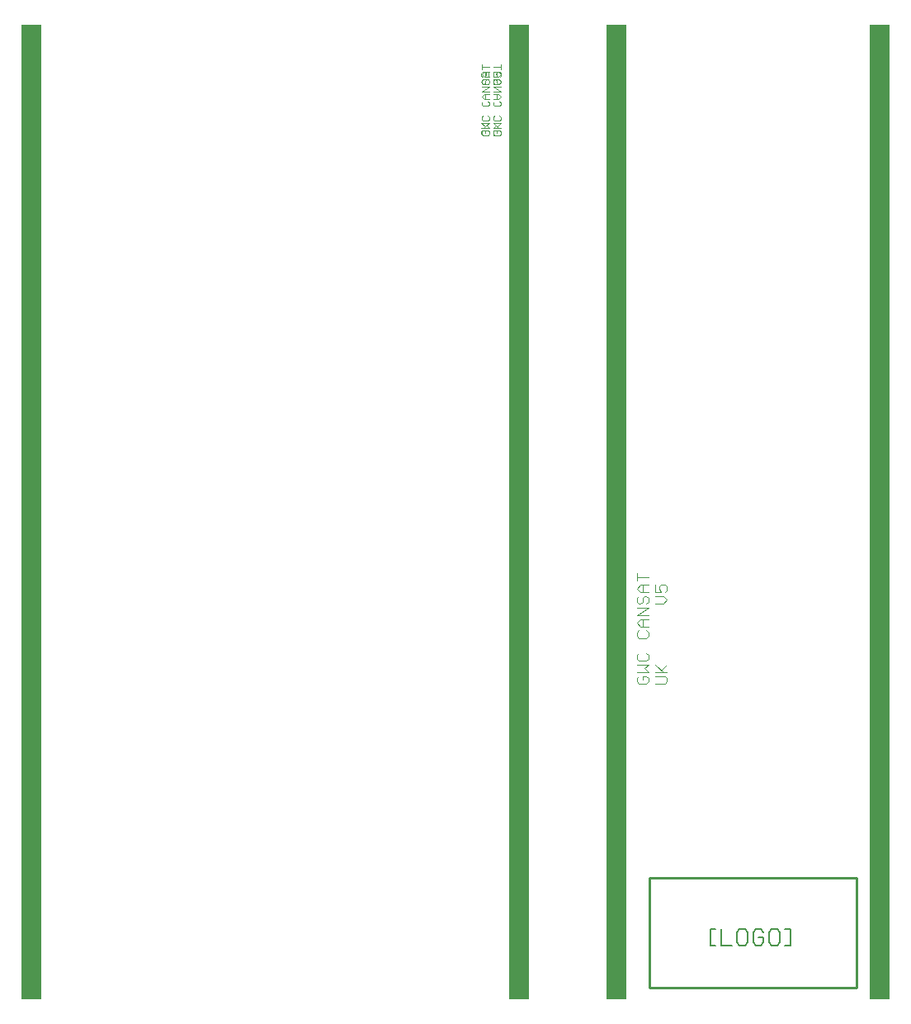
<source format=gto>
G75*
%MOIN*%
%OFA0B0*%
%FSLAX25Y25*%
%IPPOS*%
%LPD*%
%AMOC8*
5,1,8,0,0,1.08239X$1,22.5*
%
%ADD10R,0.07874X3.93701*%
%ADD11C,0.00300*%
%ADD12C,0.00400*%
%ADD13C,0.01000*%
%ADD14C,0.00600*%
D10*
X0005737Y0306571D03*
X0202587Y0306571D03*
X0241957Y0306571D03*
X0348257Y0306571D03*
D11*
X0195418Y0459106D02*
X0194935Y0458622D01*
X0192516Y0458622D01*
X0192796Y0458622D02*
X0192312Y0459106D01*
X0192312Y0460073D01*
X0192796Y0460557D01*
X0193764Y0460557D01*
X0193764Y0459589D01*
X0194731Y0458622D02*
X0195215Y0459106D01*
X0195215Y0460073D01*
X0194731Y0460557D01*
X0194935Y0460557D02*
X0192516Y0460557D01*
X0192516Y0461568D02*
X0195418Y0461568D01*
X0195215Y0461568D02*
X0192312Y0461568D01*
X0193280Y0462536D01*
X0192312Y0463503D01*
X0195215Y0463503D01*
X0195418Y0463503D02*
X0193967Y0462052D01*
X0194451Y0461568D02*
X0192516Y0463503D01*
X0192796Y0464515D02*
X0192312Y0464999D01*
X0192312Y0465966D01*
X0192796Y0466450D01*
X0194731Y0466450D02*
X0195215Y0465966D01*
X0195215Y0464999D01*
X0194731Y0464515D01*
X0192796Y0464515D01*
X0190618Y0464999D02*
X0190618Y0465966D01*
X0190135Y0466450D01*
X0190618Y0464999D02*
X0190135Y0464515D01*
X0188200Y0464515D01*
X0187716Y0464999D01*
X0187716Y0465966D01*
X0188200Y0466450D01*
X0187716Y0463503D02*
X0190618Y0463503D01*
X0189651Y0462536D01*
X0190618Y0461568D01*
X0187716Y0461568D01*
X0187512Y0461568D02*
X0190415Y0461568D01*
X0190415Y0460557D02*
X0187996Y0460557D01*
X0187512Y0460073D01*
X0187512Y0459106D01*
X0187996Y0458622D01*
X0190415Y0458622D01*
X0190135Y0458622D02*
X0190618Y0459106D01*
X0190618Y0460073D01*
X0190135Y0460557D01*
X0189167Y0460557D01*
X0189167Y0459589D01*
X0188200Y0458622D02*
X0190135Y0458622D01*
X0188200Y0458622D02*
X0187716Y0459106D01*
X0187716Y0460073D01*
X0188200Y0460557D01*
X0188480Y0461568D02*
X0190415Y0463503D01*
X0188964Y0462052D02*
X0187512Y0463503D01*
X0192796Y0458622D02*
X0194731Y0458622D01*
X0195418Y0459106D02*
X0195418Y0460073D01*
X0194935Y0460557D01*
X0194731Y0470408D02*
X0192796Y0470408D01*
X0192312Y0470892D01*
X0192312Y0471859D01*
X0192796Y0472343D01*
X0192312Y0473354D02*
X0194247Y0473354D01*
X0195215Y0474322D01*
X0194247Y0475289D01*
X0192312Y0475289D01*
X0192312Y0476301D02*
X0195215Y0476301D01*
X0192312Y0478236D01*
X0195215Y0478236D01*
X0194731Y0479247D02*
X0194247Y0479247D01*
X0193764Y0479731D01*
X0193764Y0480699D01*
X0193280Y0481182D01*
X0192796Y0481182D01*
X0192312Y0480699D01*
X0192312Y0479731D01*
X0192796Y0479247D01*
X0192516Y0479247D02*
X0194451Y0479247D01*
X0195418Y0480215D01*
X0194451Y0481182D01*
X0192516Y0481182D01*
X0192516Y0482194D02*
X0193967Y0482194D01*
X0193483Y0483161D01*
X0193483Y0483645D01*
X0193967Y0484129D01*
X0194935Y0484129D01*
X0195418Y0483645D01*
X0195418Y0482678D01*
X0194935Y0482194D01*
X0194247Y0482194D02*
X0195215Y0483161D01*
X0194247Y0484129D01*
X0192312Y0484129D01*
X0192516Y0484129D02*
X0192516Y0482194D01*
X0192312Y0482194D02*
X0194247Y0482194D01*
X0193764Y0482194D02*
X0193764Y0484129D01*
X0195215Y0485140D02*
X0195215Y0487075D01*
X0195215Y0486108D02*
X0192312Y0486108D01*
X0190618Y0486108D02*
X0187716Y0486108D01*
X0187716Y0487075D02*
X0187716Y0485140D01*
X0187996Y0484129D02*
X0187512Y0483645D01*
X0187512Y0482678D01*
X0187996Y0482194D01*
X0188683Y0482194D02*
X0187716Y0483161D01*
X0188683Y0484129D01*
X0190618Y0484129D01*
X0190415Y0484129D02*
X0190415Y0482194D01*
X0188964Y0482194D01*
X0189447Y0483161D01*
X0189447Y0483645D01*
X0188964Y0484129D01*
X0187996Y0484129D01*
X0189167Y0484129D02*
X0189167Y0482194D01*
X0188683Y0482194D02*
X0190618Y0482194D01*
X0190415Y0481182D02*
X0188480Y0481182D01*
X0187512Y0480215D01*
X0188480Y0479247D01*
X0190415Y0479247D01*
X0190135Y0479247D02*
X0190618Y0479731D01*
X0190618Y0480699D01*
X0190135Y0481182D01*
X0189651Y0481182D01*
X0189167Y0480699D01*
X0189167Y0479731D01*
X0188683Y0479247D01*
X0188200Y0479247D01*
X0187716Y0479731D01*
X0187716Y0480699D01*
X0188200Y0481182D01*
X0187716Y0478236D02*
X0190618Y0478236D01*
X0187716Y0476301D01*
X0190618Y0476301D01*
X0190618Y0475289D02*
X0188683Y0475289D01*
X0187716Y0474322D01*
X0188683Y0473354D01*
X0190618Y0473354D01*
X0190135Y0472343D02*
X0190618Y0471859D01*
X0190618Y0470892D01*
X0190135Y0470408D01*
X0188200Y0470408D01*
X0187716Y0470892D01*
X0187716Y0471859D01*
X0188200Y0472343D01*
X0189167Y0473354D02*
X0189167Y0475289D01*
X0193764Y0475289D02*
X0193764Y0473354D01*
X0194731Y0472343D02*
X0195215Y0471859D01*
X0195215Y0470892D01*
X0194731Y0470408D01*
X0194731Y0479247D02*
X0195215Y0479731D01*
X0195215Y0480699D01*
X0194731Y0481182D01*
D12*
X0250323Y0238050D02*
X0251090Y0237283D01*
X0254159Y0237283D01*
X0254927Y0238050D01*
X0254927Y0239585D01*
X0254159Y0240352D01*
X0252625Y0240352D01*
X0252625Y0238817D01*
X0251090Y0240352D02*
X0250323Y0239585D01*
X0250323Y0238050D01*
X0250323Y0241887D02*
X0254927Y0241887D01*
X0253392Y0243421D01*
X0254927Y0244956D01*
X0250323Y0244956D01*
X0251090Y0246491D02*
X0254159Y0246491D01*
X0254927Y0247258D01*
X0254927Y0248792D01*
X0254159Y0249560D01*
X0251090Y0249560D02*
X0250323Y0248792D01*
X0250323Y0247258D01*
X0251090Y0246491D01*
X0257823Y0244956D02*
X0260892Y0241887D01*
X0260125Y0242654D02*
X0262427Y0244956D01*
X0262427Y0241887D02*
X0257823Y0241887D01*
X0257823Y0240352D02*
X0261659Y0240352D01*
X0262427Y0239585D01*
X0262427Y0238050D01*
X0261659Y0237283D01*
X0257823Y0237283D01*
X0254159Y0255698D02*
X0254927Y0256466D01*
X0254927Y0258000D01*
X0254159Y0258768D01*
X0254927Y0260302D02*
X0251857Y0260302D01*
X0250323Y0261837D01*
X0251857Y0263372D01*
X0254927Y0263372D01*
X0254927Y0264906D02*
X0250323Y0264906D01*
X0254927Y0267976D01*
X0250323Y0267976D01*
X0251090Y0269510D02*
X0251857Y0269510D01*
X0252625Y0270277D01*
X0252625Y0271812D01*
X0253392Y0272579D01*
X0254159Y0272579D01*
X0254927Y0271812D01*
X0254927Y0270277D01*
X0254159Y0269510D01*
X0251090Y0269510D02*
X0250323Y0270277D01*
X0250323Y0271812D01*
X0251090Y0272579D01*
X0251857Y0274114D02*
X0250323Y0275649D01*
X0251857Y0277183D01*
X0254927Y0277183D01*
X0252625Y0277183D02*
X0252625Y0274114D01*
X0251857Y0274114D02*
X0254927Y0274114D01*
X0257823Y0274114D02*
X0260125Y0274114D01*
X0259357Y0275649D01*
X0259357Y0276416D01*
X0260125Y0277183D01*
X0261659Y0277183D01*
X0262427Y0276416D01*
X0262427Y0274881D01*
X0261659Y0274114D01*
X0260892Y0272579D02*
X0257823Y0272579D01*
X0257823Y0274114D02*
X0257823Y0277183D01*
X0254927Y0280253D02*
X0250323Y0280253D01*
X0250323Y0281787D02*
X0250323Y0278718D01*
X0257823Y0269510D02*
X0260892Y0269510D01*
X0262427Y0271045D01*
X0260892Y0272579D01*
X0252625Y0263372D02*
X0252625Y0260302D01*
X0251090Y0258768D02*
X0250323Y0258000D01*
X0250323Y0256466D01*
X0251090Y0255698D01*
X0254159Y0255698D01*
D13*
X0255343Y0158933D02*
X0339202Y0158933D01*
X0339202Y0114445D01*
X0255343Y0114445D01*
X0255343Y0158933D01*
D14*
X0280053Y0138079D02*
X0282188Y0138079D01*
X0280053Y0138079D02*
X0280053Y0131674D01*
X0282188Y0131674D01*
X0284350Y0131674D02*
X0288620Y0131674D01*
X0290795Y0132742D02*
X0291863Y0131674D01*
X0293998Y0131674D01*
X0295066Y0132742D01*
X0295066Y0137012D01*
X0293998Y0138079D01*
X0291863Y0138079D01*
X0290795Y0137012D01*
X0290795Y0132742D01*
X0284350Y0131674D02*
X0284350Y0138079D01*
X0297241Y0137012D02*
X0297241Y0132742D01*
X0298308Y0131674D01*
X0300443Y0131674D01*
X0301511Y0132742D01*
X0301511Y0134877D01*
X0299376Y0134877D01*
X0301511Y0137012D02*
X0300443Y0138079D01*
X0298308Y0138079D01*
X0297241Y0137012D01*
X0303686Y0137012D02*
X0304754Y0138079D01*
X0306889Y0138079D01*
X0307957Y0137012D01*
X0307957Y0132742D01*
X0306889Y0131674D01*
X0304754Y0131674D01*
X0303686Y0132742D01*
X0303686Y0137012D01*
X0310132Y0138079D02*
X0312267Y0138079D01*
X0312267Y0131674D01*
X0310132Y0131674D01*
M02*

</source>
